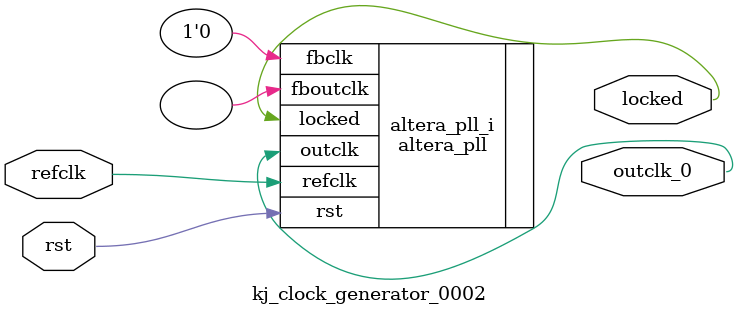
<source format=v>
`timescale 1ns/10ps
module  kj_clock_generator_0002(

	// interface 'refclk'
	input wire refclk,

	// interface 'reset'
	input wire rst,

	// interface 'outclk0'
	output wire outclk_0,

	// interface 'locked'
	output wire locked
);

	altera_pll #(
		.fractional_vco_multiplier("false"),
		.reference_clock_frequency("50.0 MHz"),
		.operation_mode("direct"),
		.number_of_clocks(1),
		.output_clock_frequency0("12.288135 MHz"),
		.phase_shift0("0 ps"),
		.duty_cycle0(50),
		.output_clock_frequency1("0 MHz"),
		.phase_shift1("0 ps"),
		.duty_cycle1(50),
		.output_clock_frequency2("0 MHz"),
		.phase_shift2("0 ps"),
		.duty_cycle2(50),
		.output_clock_frequency3("0 MHz"),
		.phase_shift3("0 ps"),
		.duty_cycle3(50),
		.output_clock_frequency4("0 MHz"),
		.phase_shift4("0 ps"),
		.duty_cycle4(50),
		.output_clock_frequency5("0 MHz"),
		.phase_shift5("0 ps"),
		.duty_cycle5(50),
		.output_clock_frequency6("0 MHz"),
		.phase_shift6("0 ps"),
		.duty_cycle6(50),
		.output_clock_frequency7("0 MHz"),
		.phase_shift7("0 ps"),
		.duty_cycle7(50),
		.output_clock_frequency8("0 MHz"),
		.phase_shift8("0 ps"),
		.duty_cycle8(50),
		.output_clock_frequency9("0 MHz"),
		.phase_shift9("0 ps"),
		.duty_cycle9(50),
		.output_clock_frequency10("0 MHz"),
		.phase_shift10("0 ps"),
		.duty_cycle10(50),
		.output_clock_frequency11("0 MHz"),
		.phase_shift11("0 ps"),
		.duty_cycle11(50),
		.output_clock_frequency12("0 MHz"),
		.phase_shift12("0 ps"),
		.duty_cycle12(50),
		.output_clock_frequency13("0 MHz"),
		.phase_shift13("0 ps"),
		.duty_cycle13(50),
		.output_clock_frequency14("0 MHz"),
		.phase_shift14("0 ps"),
		.duty_cycle14(50),
		.output_clock_frequency15("0 MHz"),
		.phase_shift15("0 ps"),
		.duty_cycle15(50),
		.output_clock_frequency16("0 MHz"),
		.phase_shift16("0 ps"),
		.duty_cycle16(50),
		.output_clock_frequency17("0 MHz"),
		.phase_shift17("0 ps"),
		.duty_cycle17(50),
		.pll_type("General"),
		.pll_subtype("General")
	) altera_pll_i (
		.rst	(rst),
		.outclk	({outclk_0}),
		.locked	(locked),
		.fboutclk	( ),
		.fbclk	(1'b0),
		.refclk	(refclk)
	);
endmodule


</source>
